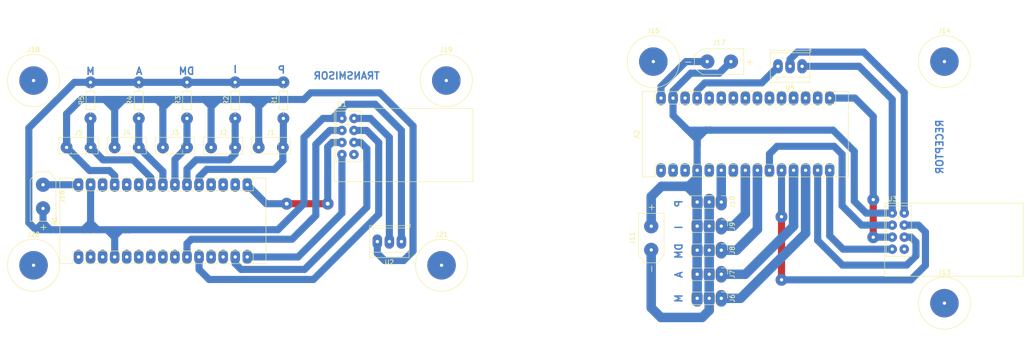
<source format=kicad_pcb>
(kicad_pcb (version 20211014) (generator pcbnew)
  (layers (0 "F.Cu" signal) (31 "B.Cu" signal) (34 "B.Paste" user) (35 "F.Paste" user) (36 "B.SilkS" user "B.Silkscreen") (37 "F.SilkS" user "F.Silkscreen") (38 "B.Mask" user) (39 "F.Mask" user) (44 "Edge.Cuts" user))
  (net 0 "")
  (net 7 "Net-(A1-Pad29)")
  (net 8 "Net-(A1-Pad20)")
  (net 10 "Net-(A1-Pad21)")
  (net 12 "Net-(A1-Pad22)")
  (net 14 "Net-(A1-Pad23)")
  (net 16 "Net-(A1-Pad24)")
  (net 19 "Net-(A1-Pad10)")
  (net 21 "Net-(A1-Pad11)")
  (net 22 "Net-(A1-Pad27)")
  (net 26 "Net-(A1-Pad14)")
  (net 27 "Net-(A1-Pad15)")
  (net 28 "Net-(A1-Pad16)")
  (net 29 "Net-(A2-Pad16)")
  (net 30 "Net-(A2-Pad15)")
  (net 31 "Net-(A2-Pad14)")
  (net 32 "Net-(A2-Pad29)")
  (net 33 "Net-(A2-Pad13)")
  (net 35 "Net-(A2-Pad12)")
  (net 36 "Net-(A2-Pad27)")
  (net 37 "Net-(A2-Pad11)")
  (net 39 "Net-(A2-Pad10)")
  (net 41 "Net-(A2-Pad9)")
  (net 43 "Net-(A2-Pad8)")
  (net 47 "Net-(A2-Pad6)")
  (net 57 "Net-(U1-Pad2)")
  (net 58 "Net-(U3-Pad2)")
  (net 60 "Net-(J10-Pad2)")
  (net 65 "Net-(A1-Pad30)")
  (net 66 "Net-(A2-Pad30)")
  (footprint "Module:Arduino_Nano" (layer "F.Cu") (at 46.48 79.24 90)
    (fp_text reference "A1" (at 7.62 -5.08 90) (layer "F.SilkS"))
    (fp_text value "Arduino_Nano_v3.x")
    (pad "1" thru_hole oval locked (at 0 0 90) (size 3 2) (drill 0.7) (layers *.Cu *.Mask))
    (pad "2" thru_hole oval locked (at 0 2.54 90) (size 3 2) (drill 0.7) (layers *.Cu *.Mask))
    (pad "3" thru_hole oval locked (at 0 5.08 90) (size 3 2) (drill 0.7) (layers *.Cu *.Mask))
    (pad "4" thru_hole oval locked (at 0 7.62 90) (size 3 2) (drill 0.7) (layers *.Cu *.Mask) (net 7 "Net-(A1-Pad29)"))
    (pad "5" thru_hole oval locked (at 0 10.16 90) (size 3 2) (drill 0.7) (layers *.Cu *.Mask))
    (pad "6" thru_hole oval locked (at 0 12.7 90) (size 3 2) (drill 0.7) (layers *.Cu *.Mask))
    (pad "7" thru_hole oval locked (at 0 15.24 90) (size 3 2) (drill 0.7) (layers *.Cu *.Mask))
    (pad "8" thru_hole oval locked (at 0 17.78 90) (size 3 2) (drill 0.7) (layers *.Cu *.Mask))
    (pad "9" thru_hole oval locked (at 0 20.32 90) (size 3 2) (drill 0.7) (layers *.Cu *.Mask))
    (pad "10" thru_hole oval locked (at 0 22.86 90) (size 3 2) (drill 0.7) (layers *.Cu *.Mask) (net 19 "Net-(A1-Pad10)"))
    (pad "11" thru_hole oval locked (at 0 25.4 90) (size 3 2) (drill 0.7) (layers *.Cu *.Mask) (net 21 "Net-(A1-Pad11)"))
    (pad "12" thru_hole oval locked (at 0 27.94 90) (size 3 2) (drill 0.7) (layers *.Cu *.Mask))
    (pad "13" thru_hole oval locked (at 0 30.48 90) (size 3 2) (drill 0.7) (layers *.Cu *.Mask))
    (pad "14" thru_hole oval locked (at 0 33.02 90) (size 3 2) (drill 0.7) (layers *.Cu *.Mask) (net 26 "Net-(A1-Pad14)"))
    (pad "15" thru_hole oval locked (at 0 35.56 90) (size 3 2) (drill 0.7) (layers *.Cu *.Mask) (net 27 "Net-(A1-Pad15)"))
    (pad "16" thru_hole oval locked (at 15.24 35.56 90) (size 3 2) (drill 0.7) (layers *.Cu *.Mask) (net 28 "Net-(A1-Pad16)"))
    (pad "17" thru_hole oval locked (at 15.24 33.02 90) (size 3 2) (drill 0.7) (layers *.Cu *.Mask))
    (pad "18" thru_hole oval locked (at 15.24 30.48 90) (size 3 2) (drill 0.7) (layers *.Cu *.Mask))
    (pad "19" thru_hole oval locked (at 15.24 27.94 90) (size 3 2) (drill 0.7) (layers *.Cu *.Mask))
    (pad "20" thru_hole oval locked (at 15.24 25.4 90) (size 3 2) (drill 0.7) (layers *.Cu *.Mask) (net 8 "Net-(A1-Pad20)"))
    (pad "21" thru_hole oval locked (at 15.24 22.86 90) (size 3 2) (drill 0.7) (layers *.Cu *.Mask) (net 10 "Net-(A1-Pad21)"))
    (pad "22" thru_hole oval locked (at 15.24 20.32 90) (size 3 2) (drill 0.7) (layers *.Cu *.Mask) (net 12 "Net-(A1-Pad22)"))
    (pad "23" thru_hole oval locked (at 15.24 17.78 90) (size 3 2) (drill 0.7) (layers *.Cu *.Mask) (net 14 "Net-(A1-Pad23)"))
    (pad "24" thru_hole oval locked (at 15.24 15.24 90) (size 3 2) (drill 0.7) (layers *.Cu *.Mask) (net 16 "Net-(A1-Pad24)"))
    (pad "25" thru_hole oval locked (at 15.24 12.7 90) (size 3 2) (drill 0.7) (layers *.Cu *.Mask))
    (pad "26" thru_hole oval locked (at 15.24 10.16 90) (size 3 2) (drill 0.7) (layers *.Cu *.Mask))
    (pad "27" thru_hole oval locked (at 15.24 7.62 90) (size 3 2) (drill 0.7) (layers *.Cu *.Mask) (net 22 "Net-(A1-Pad27)"))
    (pad "28" thru_hole oval locked (at 15.24 5.08 90) (size 3 2) (drill 0.7) (layers *.Cu *.Mask))
    (pad "29" thru_hole oval locked (at 15.24 2.54 90) (size 3 2) (drill 0.7) (layers *.Cu *.Mask) (net 7 "Net-(A1-Pad29)"))
    (pad "30" thru_hole oval locked (at 15.24 0 90) (size 3 2) (drill 0.7) (layers *.Cu *.Mask) (net 65 "Net-(A1-Pad30)"))
  )
  (footprint "Module:Arduino_Nano" (layer "F.Cu") (at 169.26 60.95 90)
    (fp_text reference "A2" (at 7.62 -5.08 90) (layer "F.SilkS"))
    (fp_text value "Arduino_Nano_v3.x")
    (pad "1" thru_hole oval locked (at 0 0 90) (size 3 2) (drill 0.7) (layers *.Cu *.Mask))
    (pad "2" thru_hole oval locked (at 0 2.54 90) (size 3 2) (drill 0.7) (layers *.Cu *.Mask))
    (pad "3" thru_hole oval locked (at 0 5.08 90) (size 3 2) (drill 0.7) (layers *.Cu *.Mask))
    (pad "4" thru_hole oval locked (at 0 7.62 90) (size 3 2) (drill 0.7) (layers *.Cu *.Mask) (net 32 "Net-(A2-Pad29)"))
    (pad "5" thru_hole oval locked (at 0 10.16 90) (size 3 2) (drill 0.7) (layers *.Cu *.Mask))
    (pad "6" thru_hole oval locked (at 0 12.7 90) (size 3 2) (drill 0.7) (layers *.Cu *.Mask) (net 47 "Net-(A2-Pad6)"))
    (pad "7" thru_hole oval locked (at 0 15.24 90) (size 3 2) (drill 0.7) (layers *.Cu *.Mask))
    (pad "8" thru_hole oval locked (at 0 17.78 90) (size 3 2) (drill 0.7) (layers *.Cu *.Mask) (net 43 "Net-(A2-Pad8)"))
    (pad "9" thru_hole oval locked (at 0 20.32 90) (size 3 2) (drill 0.7) (layers *.Cu *.Mask) (net 41 "Net-(A2-Pad9)"))
    (pad "10" thru_hole oval locked (at 0 22.86 90) (size 3 2) (drill 0.7) (layers *.Cu *.Mask) (net 39 "Net-(A2-Pad10)"))
    (pad "11" thru_hole oval locked (at 0 25.4 90) (size 3 2) (drill 0.7) (layers *.Cu *.Mask) (net 37 "Net-(A2-Pad11)"))
    (pad "12" thru_hole oval locked (at 0 27.94 90) (size 3 2) (drill 0.7) (layers *.Cu *.Mask) (net 35 "Net-(A2-Pad12)"))
    (pad "13" thru_hole oval locked (at 0 30.48 90) (size 3 2) (drill 0.7) (layers *.Cu *.Mask) (net 33 "Net-(A2-Pad13)"))
    (pad "14" thru_hole oval locked (at 0 33.02 90) (size 3 2) (drill 0.7) (layers *.Cu *.Mask) (net 31 "Net-(A2-Pad14)"))
    (pad "15" thru_hole oval locked (at 0 35.56 90) (size 3 2) (drill 0.7) (layers *.Cu *.Mask) (net 30 "Net-(A2-Pad15)"))
    (pad "16" thru_hole oval locked (at 15.24 35.56 90) (size 3 2) (drill 0.7) (layers *.Cu *.Mask) (net 29 "Net-(A2-Pad16)"))
    (pad "17" thru_hole oval locked (at 15.24 33.02 90) (size 3 2) (drill 0.7) (layers *.Cu *.Mask))
    (pad "18" thru_hole oval locked (at 15.24 30.48 90) (size 3 2) (drill 0.7) (layers *.Cu *.Mask))
    (pad "19" thru_hole oval locked (at 15.24 27.94 90) (size 3 2) (drill 0.7) (layers *.Cu *.Mask))
    (pad "20" thru_hole oval locked (at 15.24 25.4 90) (size 3 2) (drill 0.7) (layers *.Cu *.Mask))
    (pad "21" thru_hole oval locked (at 15.24 22.86 90) (size 3 2) (drill 0.7) (layers *.Cu *.Mask))
    (pad "22" thru_hole oval locked (at 15.24 20.32 90) (size 3 2) (drill 0.7) (layers *.Cu *.Mask))
    (pad "23" thru_hole oval locked (at 15.24 17.78 90) (size 3 2) (drill 0.7) (layers *.Cu *.Mask))
    (pad "24" thru_hole oval locked (at 15.24 15.24 90) (size 3 2) (drill 0.7) (layers *.Cu *.Mask))
    (pad "25" thru_hole oval locked (at 15.24 12.7 90) (size 3 2) (drill 0.7) (layers *.Cu *.Mask))
    (pad "26" thru_hole oval locked (at 15.24 10.16 90) (size 3 2) (drill 0.7) (layers *.Cu *.Mask))
    (pad "27" thru_hole oval locked (at 15.24 7.62 90) (size 3 2) (drill 0.7) (layers *.Cu *.Mask) (net 36 "Net-(A2-Pad27)"))
    (pad "28" thru_hole oval locked (at 15.24 5.08 90) (size 3 2) (drill 0.7) (layers *.Cu *.Mask))
    (pad "29" thru_hole oval locked (at 15.24 2.54 90) (size 3 2) (drill 0.7) (layers *.Cu *.Mask) (net 32 "Net-(A2-Pad29)"))
    (pad "30" thru_hole oval locked (at 15.24 0 90) (size 3 2) (drill 0.7) (layers *.Cu *.Mask) (net 66 "Net-(A2-Pad30)"))
  )
  (footprint "Package_TO_SOT_THT:TO-126-2_Vertical" (layer "F.Cu") (at 84.46 56.125)
    (fp_text reference "J1" (at 2.54 -3.12) (layer "F.SilkS"))
    (fp_text value "pulgar")
    (pad "1" thru_hole circle locked (at 0 0) (size 2.5 2.5) (drill 0.7) (layers *.Cu *.Mask) (net 22 "Net-(A1-Pad27)"))
    (pad "2" thru_hole circle locked (at 5.08 0) (size 2.5 2.5) (drill 0.7) (layers *.Cu *.Mask) (net 8 "Net-(A1-Pad20)"))
  )
  (footprint "Package_TO_SOT_THT:TO-126-2_Vertical" (layer "F.Cu") (at 74.42 56.125)
    (fp_text reference "J2" (at 2.54 -3.12) (layer "F.SilkS"))
    (fp_text value "indice")
    (pad "1" thru_hole circle locked (at 0 0) (size 2.5 2.5) (drill 0.7) (layers *.Cu *.Mask) (net 22 "Net-(A1-Pad27)"))
    (pad "2" thru_hole circle locked (at 5.08 0) (size 2.5 2.5) (drill 0.7) (layers *.Cu *.Mask) (net 10 "Net-(A1-Pad21)"))
  )
  (footprint "Package_TO_SOT_THT:TO-126-2_Vertical" (layer "F.Cu") (at 64.26 56.125)
    (fp_text reference "J3" (at 2.54 -3.12) (layer "F.SilkS"))
    (fp_text value "medio")
    (pad "1" thru_hole circle locked (at 0 0) (size 2.5 2.5) (drill 0.7) (layers *.Cu *.Mask) (net 22 "Net-(A1-Pad27)"))
    (pad "2" thru_hole circle locked (at 5.08 0) (size 2.5 2.5) (drill 0.7) (layers *.Cu *.Mask) (net 12 "Net-(A1-Pad22)"))
  )
  (footprint "Package_TO_SOT_THT:TO-126-2_Vertical" (layer "F.Cu") (at 54.1 56.125)
    (fp_text reference "J4" (at 2.54 -3.12) (layer "F.SilkS"))
    (fp_text value "anular")
    (pad "1" thru_hole circle locked (at 0 0) (size 2.5 2.5) (drill 0.7) (layers *.Cu *.Mask) (net 22 "Net-(A1-Pad27)"))
    (pad "2" thru_hole circle locked (at 5.08 0) (size 2.5 2.5) (drill 0.7) (layers *.Cu *.Mask) (net 14 "Net-(A1-Pad23)"))
  )
  (footprint "Package_TO_SOT_THT:TO-126-2_Vertical" (layer "F.Cu") (at 43.96 56.125)
    (fp_text reference "J5" (at 2.54 -3.12) (layer "F.SilkS"))
    (fp_text value "menique")
    (pad "1" thru_hole circle locked (at 0 0) (size 2.5 2.5) (drill 0.7) (layers *.Cu *.Mask) (net 22 "Net-(A1-Pad27)"))
    (pad "2" thru_hole circle locked (at 5.08 0) (size 2.5 2.5) (drill 0.7) (layers *.Cu *.Mask) (net 16 "Net-(A1-Pad24)"))
  )
  (footprint "Connector_PinHeader_2.54mm:PinHeader_1x03_P2.54mm_Vertical" (layer "F.Cu") (at 181.96 87.98 -90)
    (fp_text reference "J6" (at 0 -2.33 90) (layer "F.SilkS"))
    (fp_text value "meniques")
    (pad "1" thru_hole oval locked (at 0 0 270) (size 3.5 2.3) (drill 0.7) (layers *.Cu *.Mask) (net 33 "Net-(A2-Pad13)"))
    (pad "2" thru_hole oval locked (at 0 2.54 270) (size 3.5 2.3) (drill 0.7) (layers *.Cu *.Mask) (net 60 "Net-(J10-Pad2)"))
    (pad "3" thru_hole oval locked (at 0 5.08 270) (size 3.5 2.3) (drill 0.7) (layers *.Cu *.Mask) (net 32 "Net-(A2-Pad29)"))
  )
  (footprint "Connector_PinHeader_2.54mm:PinHeader_1x03_P2.54mm_Vertical" (layer "F.Cu") (at 181.96 82.9 -90)
    (fp_text reference "J7" (at 0 -2.33 90) (layer "F.SilkS"))
    (fp_text value "anulars")
    (pad "1" thru_hole oval locked (at 0 0 270) (size 3.5 2.3) (drill 0.7) (layers *.Cu *.Mask) (net 35 "Net-(A2-Pad12)"))
    (pad "2" thru_hole oval locked (at 0 2.54 270) (size 3.5 2.3) (drill 0.7) (layers *.Cu *.Mask) (net 60 "Net-(J10-Pad2)"))
    (pad "3" thru_hole oval locked (at 0 5.08 270) (size 3.5 2.3) (drill 0.7) (layers *.Cu *.Mask) (net 32 "Net-(A2-Pad29)"))
  )
  (footprint "Connector_PinHeader_2.54mm:PinHeader_1x03_P2.54mm_Vertical" (layer "F.Cu") (at 181.96 77.82 -90)
    (fp_text reference "J8" (at 0 -2.33 90) (layer "F.SilkS"))
    (fp_text value "medios")
    (pad "1" thru_hole oval locked (at 0 0 270) (size 3.5 2.3) (drill 0.7) (layers *.Cu *.Mask) (net 41 "Net-(A2-Pad9)"))
    (pad "2" thru_hole oval locked (at 0 2.54 270) (size 3.5 2.3) (drill 0.7) (layers *.Cu *.Mask) (net 60 "Net-(J10-Pad2)"))
    (pad "3" thru_hole oval locked (at 0 5.08 270) (size 3.5 2.3) (drill 0.7) (layers *.Cu *.Mask) (net 32 "Net-(A2-Pad29)"))
  )
  (footprint "Connector_PinHeader_2.54mm:PinHeader_1x03_P2.54mm_Vertical" (layer "F.Cu") (at 181.96 72.74 -90)
    (fp_text reference "J9" (at 0 -2.33 90) (layer "F.SilkS"))
    (fp_text value "indices")
    (pad "1" thru_hole oval locked (at 0 0 270) (size 3.5 2.3) (drill 0.7) (layers *.Cu *.Mask) (net 43 "Net-(A2-Pad8)"))
    (pad "2" thru_hole oval locked (at 0 2.54 270) (size 3.5 2.3) (drill 0.7) (layers *.Cu *.Mask) (net 60 "Net-(J10-Pad2)"))
    (pad "3" thru_hole oval locked (at 0 5.08 270) (size 3.5 2.3) (drill 0.7) (layers *.Cu *.Mask) (net 32 "Net-(A2-Pad29)"))
  )
  (footprint "Connector_PinHeader_2.54mm:PinHeader_1x03_P2.54mm_Vertical" (layer "F.Cu") (at 181.96 67.66 -90)
    (fp_text reference "J10" (at 0 -2.33 90) (layer "F.SilkS"))
    (fp_text value "pulgars")
    (pad "1" thru_hole oval locked (at 0 0 270) (size 3.5 2.3) (drill 0.7) (layers *.Cu *.Mask) (net 47 "Net-(A2-Pad6)"))
    (pad "2" thru_hole oval locked (at 0 2.54 270) (size 3.5 2.3) (drill 0.7) (layers *.Cu *.Mask) (net 60 "Net-(J10-Pad2)"))
    (pad "3" thru_hole oval locked (at 0 5.08 270) (size 3.5 2.3) (drill 0.7) (layers *.Cu *.Mask) (net 32 "Net-(A2-Pad29)"))
  )
  (footprint "Resistor_THT:R_Axial_DIN0204_L3.6mm_D1.6mm_P7.62mm_Horizontal" (layer "F.Cu") (at 89.66 50 90)
    (fp_text reference "R1" (at 3.81 -1.92 90) (layer "F.SilkS"))
    (fp_text value "R")
    (pad "1" thru_hole circle locked (at 0 0 90) (size 2.5 2.5) (drill 0.7) (layers *.Cu *.Mask) (net 8 "Net-(A1-Pad20)"))
    (pad "2" thru_hole circle locked (at 7.62 0 90) (size 2.5 2.5) (drill 0.7) (layers *.Cu *.Mask) (net 7 "Net-(A1-Pad29)"))
  )
  (footprint "Resistor_THT:R_Axial_DIN0204_L3.6mm_D1.6mm_P7.62mm_Horizontal" (layer "F.Cu") (at 79.5 50 90)
    (fp_text reference "R2" (at 3.81 -1.92 90) (layer "F.SilkS"))
    (fp_text value "R")
    (pad "1" thru_hole circle locked (at 0 0 90) (size 2.5 2.5) (drill 0.7) (layers *.Cu *.Mask) (net 10 "Net-(A1-Pad21)"))
    (pad "2" thru_hole circle locked (at 7.62 0 90) (size 2.5 2.5) (drill 0.7) (layers *.Cu *.Mask) (net 7 "Net-(A1-Pad29)"))
  )
  (footprint "Resistor_THT:R_Axial_DIN0204_L3.6mm_D1.6mm_P7.62mm_Horizontal" (layer "F.Cu") (at 69.34 50 90)
    (fp_text reference "R3" (at 3.81 -1.92 90) (layer "F.SilkS"))
    (fp_text value "R")
    (pad "1" thru_hole circle locked (at 0 0 90) (size 2.5 2.5) (drill 0.7) (layers *.Cu *.Mask) (net 12 "Net-(A1-Pad22)"))
    (pad "2" thru_hole circle locked (at 7.62 0 90) (size 2.5 2.5) (drill 0.7) (layers *.Cu *.Mask) (net 7 "Net-(A1-Pad29)"))
  )
  (footprint "Resistor_THT:R_Axial_DIN0204_L3.6mm_D1.6mm_P7.62mm_Horizontal" (layer "F.Cu") (at 59.18 50 90)
    (fp_text reference "R4" (at 3.81 -1.92 90) (layer "F.SilkS"))
    (fp_text value "R")
    (pad "1" thru_hole circle locked (at 0 0 90) (size 2.5 2.5) (drill 0.7) (layers *.Cu *.Mask) (net 14 "Net-(A1-Pad23)"))
    (pad "2" thru_hole circle locked (at 7.62 0 90) (size 2.5 2.5) (drill 0.7) (layers *.Cu *.Mask) (net 7 "Net-(A1-Pad29)"))
  )
  (footprint "Resistor_THT:R_Axial_DIN0204_L3.6mm_D1.6mm_P7.62mm_Horizontal" (layer "F.Cu") (at 49 50 90)
    (fp_text reference "R5" (at 3.81 -1.92 90) (layer "F.SilkS"))
    (fp_text value "R")
    (pad "1" thru_hole circle locked (at 0 0 90) (size 2.5 2.5) (drill 0.7) (layers *.Cu *.Mask) (net 16 "Net-(A1-Pad24)"))
    (pad "2" thru_hole circle locked (at 7.62 0 90) (size 2.5 2.5) (drill 0.7) (layers *.Cu *.Mask) (net 7 "Net-(A1-Pad29)"))
  )
  (footprint "RF_Module:nRF24L01_Breakout" (layer "F.Cu") (at 102 50)
    (fp_text reference "U1" (at 0 -3) (layer "F.SilkS"))
    (fp_text value "NRF24L01_Breakout")
    (pad "1" thru_hole circle locked (at 0 0) (size 2 2) (drill 0.7) (layers *.Cu *.Mask) (net 7 "Net-(A1-Pad29)"))
    (pad "2" thru_hole circle locked (at 2.54 0) (size 2 2) (drill 0.7) (layers *.Cu *.Mask) (net 57 "Net-(U1-Pad2)"))
    (pad "3" thru_hole circle locked (at 0 2.54) (size 2 2) (drill 0.7) (layers *.Cu *.Mask) (net 19 "Net-(A1-Pad10)"))
    (pad "4" thru_hole circle locked (at 2.54 2.54) (size 2 2) (drill 0.7) (layers *.Cu *.Mask) (net 21 "Net-(A1-Pad11)"))
    (pad "5" thru_hole circle locked (at 0 5.08) (size 2 2) (drill 0.7) (layers *.Cu *.Mask) (net 28 "Net-(A1-Pad16)"))
    (pad "6" thru_hole circle locked (at 2.54 5.08) (size 2 2) (drill 0.7) (layers *.Cu *.Mask) (net 26 "Net-(A1-Pad14)"))
    (pad "7" thru_hole circle locked (at 0 7.62) (size 2 2) (drill 0.7) (layers *.Cu *.Mask) (net 27 "Net-(A1-Pad15)"))
    (pad "8" thru_hole circle locked (at 2.54 7.62) (size 2 2) (drill 0.7) (layers *.Cu *.Mask))
  )
  (footprint "TerminalBlock_TE-Connectivity:TerminalBlock_TE_282834-3_1x03_P2.54mm_Horizontal" (layer "F.Cu") (at 114.54 76 180)
    (fp_text reference "U2" (at 2.54 -4.37) (layer "F.SilkS"))
    (fp_text value "LM1117-3.3")
    (pad "1" thru_hole oval locked (at 0 0 180) (size 2 3) (drill 0.7) (layers *.Cu *.Mask) (net 7 "Net-(A1-Pad29)"))
    (pad "2" thru_hole oval locked (at 2.54 0 180) (size 2 3) (drill 0.7) (layers *.Cu *.Mask) (net 57 "Net-(U1-Pad2)"))
    (pad "3" thru_hole oval locked (at 5.08 0 180) (size 2 3) (drill 0.7) (layers *.Cu *.Mask) (net 22 "Net-(A1-Pad27)"))
  )
  (footprint "RF_Module:nRF24L01_Breakout" (layer "F.Cu") (at 218 69.98462)
    (fp_text reference "U3" (at 0 -3) (layer "F.SilkS"))
    (fp_text value "NRF24L01_Breakout")
    (pad "1" thru_hole circle locked (at 0 0) (size 2 2) (drill 0.7) (layers *.Cu *.Mask) (net 32 "Net-(A2-Pad29)"))
    (pad "2" thru_hole circle locked (at 2.54 0) (size 2 2) (drill 0.7) (layers *.Cu *.Mask) (net 58 "Net-(U3-Pad2)"))
    (pad "3" thru_hole circle locked (at 0 2.54) (size 2 2) (drill 0.7) (layers *.Cu *.Mask) (net 39 "Net-(A2-Pad10)"))
    (pad "4" thru_hole circle locked (at 2.54 2.54) (size 2 2) (drill 0.7) (layers *.Cu *.Mask) (net 37 "Net-(A2-Pad11)"))
    (pad "5" thru_hole circle locked (at 0 5.08) (size 2 2) (drill 0.7) (layers *.Cu *.Mask) (net 29 "Net-(A2-Pad16)"))
    (pad "6" thru_hole circle locked (at 2.54 5.08) (size 2 2) (drill 0.7) (layers *.Cu *.Mask) (net 31 "Net-(A2-Pad14)"))
    (pad "7" thru_hole circle locked (at 0 7.62) (size 2 2) (drill 0.7) (layers *.Cu *.Mask) (net 30 "Net-(A2-Pad15)"))
    (pad "8" thru_hole circle locked (at 2.54 7.62) (size 2 2) (drill 0.7) (layers *.Cu *.Mask))
  )
  (footprint "TerminalBlock_TE-Connectivity:TerminalBlock_TE_282834-3_1x03_P2.54mm_Horizontal" (layer "F.Cu") (at 199 39 180)
    (fp_text reference "U4" (at 2.54 -4.37) (layer "F.SilkS"))
    (fp_text value "LM1117-3.3")
    (pad "1" thru_hole oval locked (at 0 0 180) (size 2 3) (drill 0.7) (layers *.Cu *.Mask) (net 32 "Net-(A2-Pad29)"))
    (pad "2" thru_hole oval locked (at 2.54 0 180) (size 2 3) (drill 0.7) (layers *.Cu *.Mask) (net 58 "Net-(U3-Pad2)"))
    (pad "3" thru_hole oval locked (at 5.08 0 180) (size 2 3) (drill 0.7) (layers *.Cu *.Mask) (net 36 "Net-(A2-Pad27)"))
  )
  (footprint "Connector_AMASS:AMASS_XT30U-M_1x02_P5.0mm_Vertical" (layer "F.Cu") (at 167.1955 77.76338 90)
    (fp_text reference "J11" (at 2.5 -4 90) (layer "F.SilkS"))
    (fp_text value "1+ 2-")
    (fp_text user "+" (at 9 0 90) (layer "F.SilkS") (effects (font (size 1.5 1.5))))
    (fp_text user "-" (at -4 0 90) (layer "F.SilkS") (effects (font (size 1.5 1.5))))
    (pad "1" thru_hole circle locked (at 0 0 90) (size 3 3) (drill 0.7) (layers *.Cu *.Mask) (net 60 "Net-(J10-Pad2)"))
    (pad "2" thru_hole circle locked (at 5 0 90) (size 3 3) (drill 0.7) (layers *.Cu *.Mask) (net 32 "Net-(A2-Pad29)"))
  )
  (footprint "Connector:Banana_Jack_1Pin" (layer "F.Cu") (at 37 42)
    (fp_text reference "J18" (at 0 -6.5) (layer "F.SilkS"))
    (fp_text value "Conn_01x01_Male")
    (pad "1" thru_hole circle locked (at 0 0) (size 6 6) (drill 0.7) (layers *.Cu *.Mask))
  )
  (footprint "Connector:Banana_Jack_1Pin" (layer "F.Cu") (at 37 81)
    (fp_text reference "J20" (at 0 -6.5) (layer "F.SilkS"))
    (fp_text value "Conn_01x01_Male")
    (pad "1" thru_hole circle locked (at 0 0) (size 6 6) (drill 0.7) (layers *.Cu *.Mask))
  )
  (footprint "Connector:Banana_Jack_1Pin" (layer "F.Cu") (at 124 42)
    (fp_text reference "J19" (at 0 -6.5) (layer "F.SilkS"))
    (fp_text value "Conn_01x01_Male")
    (pad "1" thru_hole circle locked (at 0 0) (size 6 6) (drill 0.7) (layers *.Cu *.Mask))
  )
  (footprint "Connector:Banana_Jack_1Pin" (layer "F.Cu") (at 167.64 38)
    (fp_text reference "J15" (at 0 -6.5) (layer "F.SilkS"))
    (fp_text value "Conn_01x01_Male")
    (pad "1" thru_hole circle locked (at 0 0) (size 6 6) (drill 0.7) (layers *.Cu *.Mask))
  )
  (footprint "Connector:Banana_Jack_1Pin" (layer "F.Cu") (at 229 38)
    (fp_text reference "J14" (at 0 -6.5) (layer "F.SilkS"))
    (fp_text value "Conn_01x01_Male")
    (pad "1" thru_hole circle locked (at 0 0) (size 6 6) (drill 0.7) (layers *.Cu *.Mask))
  )
  (footprint "Connector:Banana_Jack_1Pin" (layer "F.Cu") (at 229 89)
    (fp_text reference "J13" (at 0 -6.5) (layer "F.SilkS"))
    (fp_text value "Conn_01x01_Male")
    (pad "1" thru_hole circle locked (at 0 0) (size 6 6) (drill 0.7) (layers *.Cu *.Mask))
  )
  (footprint "Connector_AMASS:AMASS_XT30U-M_1x02_P5.0mm_Vertical" (layer "F.Cu") (at 39 64 -90)
    (fp_text reference "J16" (at 2.5 -4 90) (layer "F.SilkS"))
    (fp_text value "1+ 2-")
    (fp_text user "+" (at 9 0 90) (layer "F.SilkS") (effects (font (size 1.5 1.5))))
    (pad "1" thru_hole circle locked (at 0 0 270) (size 3 3) (drill 0.7) (layers *.Cu *.Mask) (net 65 "Net-(A1-Pad30)"))
    (pad "2" thru_hole circle locked (at 5 0 270) (size 3 3) (drill 0.7) (layers *.Cu *.Mask) (net 7 "Net-(A1-Pad29)"))
  )
  (footprint "Connector_AMASS:AMASS_XT30U-M_1x02_P5.0mm_Vertical" (layer "F.Cu") (at 179 38)
    (fp_text reference "J17" (at 2.5 -4) (layer "F.SilkS"))
    (fp_text value "1+ 2- del arduino")
    (fp_text user "-" (at -4 0) (layer "F.SilkS") (effects (font (size 1.5 1.5))))
    (fp_text user "+" (at 9 0) (layer "F.SilkS") (effects (font (size 1.5 1.5))))
    (pad "1" thru_hole circle locked (at 0 0) (size 3 3) (drill 0.7) (layers *.Cu *.Mask) (net 66 "Net-(A2-Pad30)"))
    (pad "2" thru_hole circle locked (at 5 0) (size 3 3) (drill 0.7) (layers *.Cu *.Mask) (net 32 "Net-(A2-Pad29)"))
  )
  (footprint "Connector:Banana_Jack_1Pin" (layer "F.Cu") (at 123 81)
    (fp_text reference "J21" (at 0 -6.5) (layer "F.SilkS"))
    (fp_text value "Conn_01x01_Male")
    (pad "1" thru_hole circle locked (at 0 0) (size 6 6) (drill 0.7) (layers *.Cu *.Mask))
  )
  (gr_text "TRANSMISOR\n" (at 103 41) (layer "B.Cu") (effects (font (size 1.5 1.5) (thickness 0.3)) (justify mirror)))
  (gr_text "M\n" (at 173 88 90) (layer "B.Cu") (effects (font (size 1.5 1.5) (thickness 0.3)) (justify mirror)))
  (gr_text "A\n" (at 173 83 90) (layer "B.Cu") (effects (font (size 1.5 1.5) (thickness 0.3)) (justify mirror)))
  (gr_text "A" (at 59.25 40) (layer "B.Cu") (effects (font (size 1.5 1.5) (thickness 0.3)) (justify mirror)))
  (gr_text "P\n" (at 173 68 90) (layer "B.Cu") (effects (font (size 1.5 1.5) (thickness 0.3)) (justify mirror)))
  (gr_text "M\n\n" (at 49 41.25) (layer "B.Cu") (effects (font (size 1.5 1.5) (thickness 0.3)) (justify mirror)))
  (gr_text "P\n" (at 89.25 39.75) (layer "B.Cu") (effects (font (size 1.5 1.5) (thickness 0.3)) (justify mirror)))
  (gr_text "I\n" (at 173 73 90) (layer "B.Cu") (effects (font (size 1.5 1.5) (thickness 0.3)) (justify mirror)))
  (gr_text "DM\n" (at 173 78 90) (layer "B.Cu") (effects (font (size 1.5 1.5) (thickness 0.3)) (justify mirror)))
  (gr_text "RECEPTOR\n" (at 228 56 90) (layer "B.Cu") (effects (font (size 1.5 1.5) (thickness 0.3)) (justify mirror)))
  (gr_text "DM\n" (at 69.25 40) (layer "B.Cu") (effects (font (size 1.5 1.5) (thickness 0.3)) (justify mirror)))
  (gr_text "I\n" (at 79.5 39.5 180) (layer "B.Cu") (effects (font (size 1.5 1.5) (thickness 0.3)) (justify mirror)))
  (segment (start 89.66 42.38) (end 79.5 42.38) (width 1.5) (layer "B.Cu") (net 7))
  (segment (start 37.5 73.5) (end 36 72) (width 1.5) (layer "B.Cu") (net 7))
  (segment (start 54.95 73.5) (end 54.1 74.35) (width 1.5) (layer "B.Cu") (net 7))
  (segment (start 54.1 74.35) (end 54.1 74.4) (width 1.5) (layer "B.Cu") (net 7))
  (segment (start 79.5 42.38) (end 49 42.38) (width 1.5) (layer "B.Cu") (net 7))
  (segment (start 98 50) (end 94 54) (width 1.5) (layer "B.Cu") (net 7))
  (segment (start 55.45 73.5) (end 54.1 74.85) (width 1.5) (layer "B.Cu") (net 7))
  (segment (start 47.5 73.5) (end 49 73.5) (width 1.5) (layer "B.Cu") (net 7))
  (segment (start 52.5 73.5) (end 57.25 73.5) (width 1.5) (layer "B.Cu") (net 7))
  (segment (start 54.1 79.24) (end 54.1 74.85) (width 1.5) (layer "B.Cu") (net 7))
  (segment (start 39 72) (end 37.5 73.5) (width 1.5) (layer "B.Cu") (net 7))
  (segment (start 39 72) (end 40.5 73.5) (width 1.5) (layer "B.Cu") (net 7))
  (segment (start 94 68) (end 88.5 73.5) (width 1.5) (layer "B.Cu") (net 7))
  (segment (start 49 73.5) (end 50.5 73.5) (width 1.5) (layer "B.Cu") (net 7))
  (segment (start 94 54) (end 94 68) (width 1.5) (layer "B.Cu") (net 7))
  (segment (start 54.1 74.85) (end 54.1 74.4) (width 1.5) (layer "B.Cu") (net 7))
  (segment (start 49.02 64) (end 49.02 71.98) (width 1.5) (layer "B.Cu") (net 7))
  (segment (start 49.02 71.98) (end 49.02 73.48) (width 1.5) (layer "B.Cu") (net 7))
  (segment (start 36 72) (end 36 52) (width 1.5) (layer "B.Cu") (net 7))
  (segment (start 102 50) (end 102 48) (width 1.5) (layer "B.Cu") (net 7))
  (segment (start 88.5 73.5) (end 57.25 73.5) (width 1.5) (layer "B.Cu") (net 7))
  (segment (start 39 69) (end 39 72) (width 1.5) (layer "B.Cu") (net 7))
  (segment (start 41.75 73.5) (end 47.5 73.5) (width 1.5) (layer "B.Cu") (net 7))
  (segment (start 45.62 42.38) (end 36 52) (width 1.5) (layer "B.Cu") (net 7))
  (segment (start 54.1 74.85) (end 53.85 74.85) (width 1.5) (layer "B.Cu") (net 7))
  (segment (start 100 50) (end 102 48) (width 1.5) (layer "B.Cu") (net 7))
  (segment (start 49.02 73.48) (end 49 73.5) (width 1.5) (layer "B.Cu") (net 7))
  (segment (start 49.02 71.98) (end 47.5 73.5) (width 1.5) (layer "B.Cu") (net 7))
  (segment (start 102 50) (end 100 50) (width 1.5) (layer "B.Cu") (net 7))
  (segment (start 102 48) (end 103 47) (width 1.5) (layer "B.Cu") (net 7))
  (segment (start 40.5 73.5) (end 37.5 73.5) (width 1.5) (layer "B.Cu") (net 7))
  (segment (start 54.95 73.5) (end 55.45 73.5) (width 1.5) (layer "B.Cu") (net 7))
  (segment (start 41.75 73.5) (end 40.5 73.5) (width 1.5) (layer "B.Cu") (net 7))
  (segment (start 114.54 76) (end 114.54 52.54) (width 1.5) (layer "B.Cu") (net 7))
  (segment (start 49 42.38) (end 45.62 42.38) (width 1.5) (layer "B.Cu") (net 7))
  (segment (start 109 47) (end 114.54 52.54) (width 1.5) (layer "B.Cu") (net 7))
  (segment (start 100 50) (end 98 50) (width 1.5) (layer "B.Cu") (net 7))
  (segment (start 50.5 73.5) (end 52.5 73.5) (width 1.5) (layer "B.Cu") (net 7))
  (segment (start 49.02 71.98) (end 49.02 72.02) (width 1.5) (layer "B.Cu") (net 7))
  (segment (start 53.85 74.85) (end 52.5 73.5) (width 1.5) (layer "B.Cu") (net 7))
  (segment (start 57.25 73.5) (end 54.95 73.5) (width 1.5) (layer "B.Cu") (net 7))
  (segment (start 103 47) (end 109 47) (width 1.5) (layer "B.Cu") (net 7))
  (segment (start 49.02 72.02) (end 50.5 73.5) (width 1.5) (layer "B.Cu") (net 7))
  (segment (start 73.5 60.75) (end 71.88 62.37) (width 1.5) (layer "B.Cu") (net 8))
  (segment (start 89.54 58.96) (end 87.75 60.75) (width 1.5) (layer "B.Cu") (net 8))
  (segment (start 89.66 50) (end 89.66 56.005) (width 1.5) (layer "B.Cu") (net 8))
  (segment (start 71.88 62.37) (end 71.88 64) (width 1.5) (layer "B.Cu") (net 8))
  (segment (start 89.66 56.005) (end 89.54 56.125) (width 1.5) (layer "B.Cu") (net 8))
  (segment (start 87.75 60.75) (end 73.5 60.75) (width 1.5) (layer "B.Cu") (net 8))
  (segment (start 89.54 56.125) (end 89.54 58.96) (width 1.5) (layer "B.Cu") (net 8))
  (segment (start 79.5 56.125) (end 79.5 57.5) (width 1.5) (layer "B.Cu") (net 10))
  (segment (start 79.5 50) (end 79.5 56.125) (width 1.5) (layer "B.Cu") (net 10))
  (segment (start 78.25 58.75) (end 71.25 58.75) (width 1.5) (layer "B.Cu") (net 10))
  (segment (start 79.5 57.5) (end 78.25 58.75) (width 1.5) (layer "B.Cu") (net 10))
  (segment (start 69.34 60.66) (end 69.34 64) (width 1.5) (layer "B.Cu") (net 10))
  (segment (start 71.25 58.75) (end 69.34 60.66) (width 1.5) (layer "B.Cu") (net 10))
  (segment (start 69.34 50) (end 69.34 56.125) (width 1.5) (layer "B.Cu") (net 12))
  (segment (start 66.8 58.665) (end 66.8 64) (width 1.5) (layer "B.Cu") (net 12))
  (segment (start 69.34 56.125) (end 66.8 58.665) (width 1.5) (layer "B.Cu") (net 12))
  (segment (start 64.26 64) (end 64.26 61.205) (width 1.5) (layer "B.Cu") (net 14))
  (segment (start 64.26 61.205) (end 59.18 56.125) (width 1.5) (layer "B.Cu") (net 14))
  (segment (start 59.18 50) (end 59.18 56.125) (width 1.5) (layer "B.Cu") (net 14))
  (segment (start 61.72 64) (end 61.72 62.47) (width 1.5) (layer "B.Cu") (net 16))
  (segment (start 58 58.75) (end 51.665 58.75) (width 1.5) (layer "B.Cu") (net 16))
  (segment (start 61.72 62.47) (end 58 58.75) (width 1.5) (layer "B.Cu") (net 16))
  (segment (start 49 56.085) (end 49.04 56.125) (width 1.5) (layer "B.Cu") (net 16))
  (segment (start 49 50) (end 49 56.085) (width 1.5) (layer "B.Cu") (net 16))
  (segment (start 51.665 58.75) (end 49.04 56.125) (width 1.5) (layer "B.Cu") (net 16))
  (segment (start 69.34 76.43314) (end 70.27314 75.5) (width 1.5) (layer "B.Cu") (net 19))
  (segment (start 99.46 52.54) (end 102 52.54) (width 1.5) (layer "B.Cu") (net 19))
  (segment (start 91.5 75.5) (end 95.25 71.75) (width 1.5) (layer "B.Cu") (net 19))
  (segment (start 70.27314 75.5) (end 91.5 75.5) (width 1.5) (layer "B.Cu") (net 19))
  (segment (start 69.34 79.24) (end 69.34 76.43314) (width 1.5) (layer "B.Cu") (net 19))
  (segment (start 97 55) (end 99 53) (width 1.5) (layer "B.Cu") (net 19))
  (segment (start 96.5 55.5) (end 99 53) (width 1.5) (layer "B.Cu") (net 19))
  (segment (start 95.25 71.75) (end 96 71) (width 1.5) (layer "B.Cu") (net 19))
  (segment (start 96.5 55.5) (end 96.5 70.5) (width 1.5) (layer "B.Cu") (net 19))
  (segment (start 96.5 70.5) (end 95.25 71.75) (width 1.5) (layer "B.Cu") (net 19))
  (segment (start 99 53) (end 99.46 52.54) (width 1.5) (layer "B.Cu") (net 19))
  (segment (start 109.75 70.25) (end 96 84) (width 1.5) (layer "B.Cu") (net 21))
  (segment (start 71.88 81.88) (end 71.88 79.24) (width 1.5) (layer "B.Cu") (net 21))
  (segment (start 74 84) (end 71.88 81.88) (width 1.5) (layer "B.Cu") (net 21))
  (segment (start 96 84) (end 74 84) (width 1.5) (layer "B.Cu") (net 21))
  (segment (start 104.54 52.54) (end 107.21 52.54) (width 1.5) (layer "B.Cu") (net 21))
  (segment (start 109.75 55.08) (end 109.75 70.25) (width 1.5) (layer "B.Cu") (net 21))
  (segment (start 107.21 52.54) (end 109.75 55.08) (width 1.5) (layer "B.Cu") (net 21))
  (segment (start 56 46) (end 55 46) (width 1.5) (layer "B.Cu") (net 22))
  (segment (start 54 46) (end 53 46) (width 1.5) (layer "B.Cu") (net 22))
  (segment (start 74.42 46.42) (end 74 46) (width 1.5) (layer "B.Cu") (net 22))
  (segment (start 66 46) (end 64 46) (width 1.5) (layer "B.Cu") (net 22))
  (segment (start 64.26 56.125) (end 64.26 48.26) (width 1.5) (layer "B.Cu") (net 22))
  (segment (start 55 46) (end 54 46) (width 1.5) (layer "B.Cu") (net 22))
  (segment (start 84.54 47.46) (end 86 46) (width 1.5) (layer "B.Cu") (net 22))
  (segment (start 95.4 44.6) (end 94 46) (width 1.5) (layer "B.Cu") (net 22))
  (segment (start 54.1 47.9) (end 53.9 47.9) (width 1.5) (layer "B.Cu") (net 22))
  (segment (start 74.42 47.42) (end 74.58 47.42) (width 1.5) (layer "B.Cu") (net 22))
  (segment (start 53 46) (end 52 46) (width 1.5) (layer "B.Cu") (net 22))
  (segment (start 54.1 47.9) (end 54.1 47.1) (width 1.5) (layer "B.Cu") (net 22))
  (segment (start 86 46) (end 84 46) (width 1.5) (layer "B.Cu") (net 22))
  (segment (start 109.46 78.46) (end 111 80) (width 1.5) (layer "B.Cu") (net 22))
  (segment (start 73 46) (end 66 46) (width 1.5) (layer "B.Cu") (net 22))
  (segment (start 115 80) (end 117 78) (width 1.5) (layer "B.Cu") (net 22))
  (segment (start 54.1 47.1) (end 54.1 46.1) (width 1.5) (layer "B.Cu") (net 22))
  (segment (start 74.42 47.42) (end 73 46) (width 1.5) (layer "B.Cu") (net 22))
  (segment (start 48.835 61) (end 53 61) (width 1.5) (layer "B.Cu") (net 22))
  (segment (start 64.26 47.26) (end 63 46) (width 1.5) (layer "B.Cu") (net 22))
  (segment (start 76 46) (end 74 46) (width 1.5) (layer "B.Cu") (net 22))
  (segment (start 53 61) (end 54.1 62.1) (width 1.5) (layer "B.Cu") (net 22))
  (segment (start 53.9 47.9) (end 52 46) (width 1.5) (layer "B.Cu") (net 22))
  (segment (start 117 78) (end 117 51.6) (width 1.5) (layer "B.Cu") (net 22))
  (segment (start 54.1 62.1) (end 54.1 64) (width 1.5) (layer "B.Cu") (net 22))
  (segment (start 64.26 47.74) (end 66 46) (width 1.5) (layer "B.Cu") (net 22))
  (segment (start 43.96 56.125) (end 48.835 61) (width 1.5) (layer "B.Cu") (net 22))
  (segment (start 54.1 47.1) (end 53 46) (width 1.5) (layer "B.Cu") (net 22))
  (segment (start 74.42 56.125) (end 74.42 47.42) (width 1.5) (layer "B.Cu") (net 22))
  (segment (start 43.96 49.04) (end 43.96 56.125) (width 1.5) (layer "B.Cu") (net 22))
  (segment (start 84.46 47.46) (end 84.46 46.46) (width 1.5) (layer "B.Cu") (net 22))
  (segment (start 74.42 47.42) (end 74.42 46.42) (width 1.5) (layer "B.Cu") (net 22))
  (segment (start 74 46) (end 73 46) (width 1.5) (layer "B.Cu") (net 22))
  (segment (start 54.1 47.1) (end 54.1 46.9) (width 1.5) (layer "B.Cu") (net 22))
  (segment (start 111 80) (end 115 80) (width 1.5) (layer "B.Cu") (net 22))
  (segment (start 117 51.6) (end 110 44.6) (width 1.5) (layer "B.Cu") (net 22))
  (segment (start 43.96 54.21) (end 43.94 54.19) (width 1.5) (layer "B.Cu") (net 22))
  (segment (start 84.46 56.125) (end 84.46 55.26) (width 1.5) (layer "B.Cu") (net 22))
  (segment (start 94 46) (end 86 46) (width 1.5) (layer "B.Cu") (net 22))
  (segment (start 64.26 46.26) (end 64 46) (width 1.5) (layer "B.Cu") (net 22))
  (segment (start 84.46 55.26) (end 84.58 55.14) (width 1.5) (layer "B.Cu") (net 22))
  (segment (start 54.1 56.125) (end 54.1 47.9) (width 1.5) (layer "B.Cu") (net 22))
  (segment (start 43.96 49.04) (end 47 46) (width 1.5) (layer "B.Cu") (net 22))
  (segment (start 82 46) (end 76 46) (width 1.5) (layer "B.Cu") (net 22))
  (segment (start 84 46) (end 82 46) (width 1.5) (layer "B.Cu") (net 22))
  (segment (start 110 44.6) (end 95.4 44.6) (width 1.5) (layer "B.Cu") (net 22))
  (segment (start 84.46 47.46) (end 83 46) (width 1.5) (layer "B.Cu") (net 22))
  (segment (start 64.26 47.26) (end 64.26 46.26) (width 1.5) (layer "B.Cu") (net 22))
  (segment (start 84.46 47.46) (end 84.54 47.46) (width 1.5) (layer "B.Cu") (net 22))
  (segment (start 54.1 46.9) (end 55 46) (width 1.5) (layer "B.Cu") (net 22))
  (segment (start 83 46) (end 82 46) (width 1.5) (layer "B.Cu") (net 22))
  (segment (start 64.26 48.26) (end 64.26 47.26) (width 1.5) (layer "B.Cu") (net 22))
  (segment (start 74.58 47.42) (end 76 46) (width 1.5) (layer "B.Cu") (net 22))
  (segment (start 109.46 76) (end 109.46 78.46) (width 1.5) (layer "B.Cu") (net 22))
  (segment (start 52 46) (end 47 46) (width 1.5) (layer "B.Cu") (net 22))
  (segment (start 64 46) (end 63 46) (width 1.5) (layer "B.Cu") (net 22))
  (segment (start 54.1 47.9) (end 56 46) (width 1.5) (layer "B.Cu") (net 22))
  (segment (start 54.1 46.1) (end 54 46) (width 1.5) (layer "B.Cu") (net 22))
  (segment (start 63 46) (end 56 46) (width 1.5) (layer "B.Cu") (net 22))
  (segment (start 43.94 54.19) (end 43.94 55.14) (width 1.5) (layer "B.Cu") (net 22))
  (segment (start 64.26 48.26) (end 64.26 47.74) (width 1.5) (layer "B.Cu") (net 22))
  (segment (start 84.46 56.125) (end 84.46 47.46) (width 1.5) (layer "B.Cu") (net 22))
  (segment (start 84.46 46.46) (end 84 46) (width 1.5) (layer "B.Cu") (net 22))
  (segment (start 43.96 56.125) (end 43.96 54.21) (width 1.5) (layer "B.Cu") (net 22))
  (segment (start 94.125 81.875) (end 80.74596 81.875) (width 1.5) (layer "B.Cu") (net 26))
  (segment (start 79.5 80.62904) (end 79.5 79.24) (width 1.5) (layer "B.Cu") (net 26))
  (segment (start 107.25 56.375787) (end 107.25 58.5) (width 1.5) (layer "B.Cu") (net 26))
  (segment (start 105.33 55.08) (end 104.54 55.08) (width 1.5) (layer "B.Cu") (net 26))
  (segment (start 105.954213 55.08) (end 107.25 56.375787) (width 1.5) (layer "B.Cu") (net 26))
  (segment (start 104.54 55.08) (end 105.954213 55.08) (width 1.5) (layer "B.Cu") (net 26))
  (segment (start 107.25 57) (end 107.25 68.75) (width 1.5) (layer "B.Cu") (net 26))
  (segment (start 107.25 68.75) (end 94.125 81.875) (width 1.5) (layer "B.Cu") (net 26))
  (segment (start 80.74596 81.875) (end 79.5 80.62904) (width 1.5) (layer "B.Cu") (net 26))
  (segment (start 102 57.62) (end 102 70) (width 1.5) (layer "B.Cu") (net 27))
  (segment (start 102 70) (end 92.76 79.24) (width 1.5) (layer "B.Cu") (net 27))
  (segment (start 92.76 79.24) (end 82.04 79.24) (width 1.5) (layer "B.Cu") (net 27))
  (segment (start 98.9873 68.0127) (end 90.35182 68.0127) (width 1.5) (layer "F.Cu") (net 28))
  (segment (start 99 68) (end 98.9873 68.0127) (width 1.5) (layer "F.Cu") (net 28))
  (via (at 99 68) (size 2) (drill 0.8) (layers "F.Cu" "B.Cu") (net 28))
  (via (at 90.35182 68.0127) (size 2.5) (drill 0.8) (layers "F.Cu" "B.Cu") (net 28))
  (via (at 99 68) (size 2.5) (drill 0.8) (layers "F.Cu" "B.Cu") (net 28))
  (segment (start 90.35182 68.0127) (end 86.0527 68.0127) (width 1.5) (layer "B.Cu") (net 28))
  (segment (start 99.92 55.08) (end 99 56) (width 1.5) (layer "B.Cu") (net 28))
  (segment (start 86.0527 68.0127) (end 82.04 64) (width 1.5) (layer "B.Cu") (net 28))
  (segment (start 102 55.08) (end 99.92 55.08) (width 1.5) (layer "B.Cu") (net 28))
  (segment (start 99 56) (end 99 68) (width 1.5) (layer "B.Cu") (net 28))
  (segment (start 214 75.10018) (end 214 67.1644) (width 1.5) (layer "F.Cu") (net 29))
  (via (at 214 67.1449) (size 2.5) (drill 0.7) (layers "F.Cu" "B.Cu") (net 29))
  (via (at 214 75.08494) (size 2.5) (drill 0.7) (layers "F.Cu" "B.Cu") (net 29))
  (segment (start 214 67.1449) (end 214 49.58072) (width 1.5) (layer "B.Cu") (net 29))
  (segment (start 204.82 45.71) (end 210.12928 45.71) (width 1.5) (layer "B.Cu") (net 29))
  (segment (start 214.02032 75.06462) (end 214 75.08494) (width 1.5) (layer "B.Cu") (net 29))
  (segment (start 214 49.58072) (end 210.12928 45.71) (width 1.5) (layer "B.Cu") (net 29))
  (segment (start 218 75.06462) (end 214.02032 75.06462) (width 1.5) (layer "B.Cu") (net 29))
  (segment (start 207.63738 77.60462) (end 204.82 74.78724) (width 1.5) (layer "B.Cu") (net 30))
  (segment (start 218 77.60462) (end 207.63738 77.60462) (width 1.5) (layer "B.Cu") (net 30))
  (segment (start 204.82 74.78724) (end 204.82 60.95) (width 1.5) (layer "B.Cu") (net 30))
  (segment (start 202.28 75.7372) (end 202.28 60.95) (width 1.5) (layer "B.Cu") (net 31))
  (segment (start 221.954213 75.06462) (end 220.54 75.06462) (width 1.5) (layer "B.Cu") (net 31))
  (segment (start 221.03242 80.96758) (end 223 79) (width 1.5) (layer "B.Cu") (net 31))
  (segment (start 207.51038 80.96758) (end 202.28 75.7372) (width 1.5) (layer "B.Cu") (net 31))
  (segment (start 221.03242 80.96758) (end 207.51038 80.96758) (width 1.5) (layer "B.Cu") (net 31))
  (segment (start 223 79) (end 223 76.110407) (width 1.5) (layer "B.Cu") (net 31))
  (segment (start 223 76.110407) (end 221.954213 75.06462) (width 1.5) (layer "B.Cu") (net 31))
  (segment (start 181.550489 40.449511) (end 175.550489 40.449511) (width 1.5) (layer "B.Cu") (net 32))
  (segment (start 176.88 66.77504) (end 174.43248 64.32752) (width 1.5) (layer "B.Cu") (net 32))
  (segment (start 171.8 45.71) (end 171.8 49.372) (width 1.5) (layer "B.Cu") (net 32))
  (segment (start 176.88 64.32752) (end 176.88 62.58) (width 1.5) (layer "B.Cu") (net 32))
  (segment (start 176.88 67.66) (end 176.88 87.98) (width 2) (layer "B.Cu") (net 32))
  (segment (start 176.88 54.26) (end 178.66 52.48) (width 1.5) (layer "B.Cu") (net 32))
  (segment (start 218 46) (end 211 39) (width 1.5) (layer "B.Cu") (net 32))
  (segment (start 174.43248 64.32752) (end 169.35248 64.32752) (width 2) (layer "B.Cu") (net 32))
  (segment (start 169.35248 64.32752) (end 167.1955 66.4845) (width 2) (layer "B.Cu") (net 32))
  (segment (start 210 67.47298) (end 210 56.96) (width 1.5) (layer "B.Cu") (net 32))
  (segment (start 171.8 49.372) (end 174.371 51.943) (width 1.5) (layer "B.Cu") (net 32))
  (segment (start 176.88 65.12) (end 176.88 64.32752) (width 1.5) (layer "B.Cu") (net 32))
  (segment (start 205.52 52.48) (end 179.676 52.48) (width 1.5) (layer "B.Cu") (net 32))
  (segment (start 174.43248 64.32752) (end 175.13248 64.32752) (width 2) (layer "B.Cu") (net 32))
  (segment (start 174.371 51.943) (end 176.88 54.452) (width 1.5) (layer "B.Cu") (net 32))
  (segment (start 176.88 60.95) (end 176.88 67.66) (width 2) (layer "B.Cu") (net 32))
  (segment (start 218 69.98462) (end 218 46) (width 1.5) (layer "B.Cu") (net 32))
  (segment (start 174.908 52.48) (end 174.371 51.943) (width 1.5) (layer "B.Cu") (net 32))
  (segment (start 167.1955 66.4845) (end 167.1955 72.76338) (width 2) (layer "B.Cu") (net 32))
  (segment (start 176.88 55.784) (end 176.88 54.26) (width 1.5) (layer "B.Cu") (net 32))
  (segment (start 212.51164 69.98462) (end 218 69.98462) (width 1.5) (layer "B.Cu") (net 32))
  (segment (start 212.51164 69.98462) (end 210 67.47298) (width 1.5) (layer "B.Cu") (net 32))
  (segment (start 176.08752 64.32752) (end 176.88 65.12) (width 1.5) (layer "B.Cu") (net 32))
  (segment (start 176.784 53.34) (end 176.88 53.436) (width 1.5) (layer "B.Cu") (net 32))
  (segment (start 176.88 67.66) (end 176.88 65.12) (width 1.5) (layer "B.Cu") (net 32))
  (segment (start 171.8 44.2) (end 171.8 45.71) (width 1.5) (layer "B.Cu") (net 32))
  (segment (start 211 39) (end 199 39) (width 1.5) (layer "B.Cu") (net 32))
  (segment (start 176.88 57.4) (end 176.88 55.784) (width 1.5) (layer "B.Cu") (net 32))
  (segment (start 176.88 67.66) (end 176.88 66.77504) (width 1.5) (layer "B.Cu") (net 32))
  (segment (start 176.88 64.32752) (end 174.43248 64.32752) (width 1.5) (layer "B.Cu") (net 32))
  (segment (start 176.88 60.75882) (end 176.88 57.4) (width 1.5) (layer "B.Cu") (net 32))
  (segment (start 175.13248 64.32752) (end 176.88 62.58) (width 2) (layer "B.Cu") (net 32))
  (segment (start 176.88 54.452) (end 176.88 55.784) (width 1.5) (layer "B.Cu") (net 32))
  (segment (start 210 56.96) (end 205.52 52.48) (width 1.5) (layer "B.Cu") (net 32))
  (segment (start 175.550489 40.449511) (end 171.8 44.2) (width 1.5) (layer "B.Cu") (net 32))
  (segment (start 179.676 52.48) (end 178.66 52.48) (width 1.5) (layer "B.Cu") (net 32))
  (segment (start 175.13248 64.32752) (end 176.08752 64.32752) (width 2) (layer "B.Cu") (net 32))
  (segment (start 184 38) (end 181.550489 40.449511) (width 1.5) (layer "B.Cu") (net 32))
  (segment (start 176.88 54.26) (end 176.88 53.436) (width 1.5) (layer "B.Cu") (net 32))
  (segment (start 179.676 52.48) (end 174.908 52.48) (width 1.5) (layer "B.Cu") (net 32))
  (segment (start 176.88 62.37022) (end 176.88 60.75882) (width 1.5) (layer "B.Cu") (net 32))
  (segment (start 176.88 62.58) (end 176.88 62.37022) (width 1.5) (layer "B.Cu") (net 32))
  (segment (start 199.74 60.95) (end 199.74 74.26) (width 2) (layer "B.Cu") (net 33))
  (segment (start 186.02 87.98) (end 181.96 87.98) (width 2) (layer "B.Cu") (net 33))
  (segment (start 199.74 74.26) (end 186.02 87.98) (width 2) (layer "B.Cu") (net 33))
  (segment (start 197.2 72.74) (end 197.2 60.95) (width 2) (layer "B.Cu") (net 35))
  (segment (start 181.96 82.9) (end 187.04 82.9) (width 2) (layer "B.Cu") (net 35))
  (segment (start 187.04 82.9) (end 197.2 72.74) (width 2) (layer "B.Cu") (net 35))
  (segment (start 178.5 42.5) (end 190.5 42.5) (width 1.5) (layer "B.Cu") (net 36))
  (segment (start 176.88 45.71) (end 176.88 44.12) (width 1.5) (layer "B.Cu") (net 36))
  (segment (start 190.5 42.5) (end 193.92 39.08) (width 1.5) (layer "B.Cu") (net 36))
  (segment (start 193.92 39.08) (end 193.92 39) (width 1.5) (layer "B.Cu") (net 36))
  (segment (start 176.88 44.12) (end 178.5 42.5) (width 1.5) (layer "B.Cu") (net 36))
  (segment (start 194.6529 70.7517) (end 194.6656 70.7644) (width 1.5) (layer "F.Cu") (net 37))
  (segment (start 194.6656 70.7644) (end 194.6656 84.074) (width 1.5) (layer "F.Cu") (net 37))
  (via (at 194.6656 84.074) (size 2.5) (drill 0.7) (layers "F.Cu" "B.Cu") (net 37))
  (via (at 194.6529 70.7517) (size 2.5) (drill 0.7) (layers "F.Cu" "B.Cu") (net 37))
  (segment (start 194.66 60.95) (end 194.66 70.7446) (width 1.5) (layer "B.Cu") (net 37))
  (segment (start 225 74) (end 223.52462 72.52462) (width 1.5) (layer "B.Cu") (net 37))
  (segment (start 221.926 84.074) (end 225 81) (width 1.5) (layer "B.Cu") (net 37))
  (segment (start 223.52462 72.52462) (end 220.54 72.52462) (width 1.5) (layer "B.Cu") (net 37))
  (segment (start 194.6656 84.074) (end 221.926 84.074) (width 1.5) (layer "B.Cu") (net 37))
  (segment (start 225 81) (end 225 74) (width 1.5) (layer "B.Cu") (net 37))
  (segment (start 194.66 70.7446) (end 194.6529 70.7517) (width 1.5) (layer "B.Cu") (net 37))
  (segment (start 192.12 57.5) (end 193.74 55.88) (width 1.5) (layer "B.Cu") (net 39))
  (segment (start 205.74 55.88) (end 207.43 57.57) (width 1.5) (layer "B.Cu") (net 39))
  (segment (start 218 72.52462) (end 211.52462 72.52462) (width 1.5) (layer "B.Cu") (net 39))
  (segment (start 207.43 57.57) (end 207.43 68.43) (width 1.5) (layer "B.Cu") (net 39))
  (segment (start 192.12 60.95) (end 192.12 57.5) (width 1.5) (layer "B.Cu") (net 39))
  (segment (start 193.74 55.88) (end 205.74 55.88) (width 1.5) (layer "B.Cu") (net 39))
  (segment (start 207.43 68.43) (end 211.52462 72.52462) (width 1.5) (layer "B.Cu") (net 39))
  (segment (start 189.58 73.42) (end 189.58 60.95) (width 2) (layer "B.Cu") (net 41))
  (segment (start 181.96 77.82) (end 185.18 77.82) (width 2) (layer "B.Cu") (net 41))
  (segment (start 185.18 77.82) (end 189.58 73.42) (width 2) (layer "B.Cu") (net 41))
  (segment (start 187.04 70.2) (end 184.5 72.74) (width 2) (layer "B.Cu") (net 43))
  (segment (start 184.5 72.74) (end 181.96 72.74) (width 2) (layer "B.Cu") (net 43))
  (segment (start 187.04 60.95) (end 187.04 70.2) (width 2) (layer "B.Cu") (net 43))
  (segment (start 181.96 67.66) (end 181.96 60.95) (width 2) (layer "B.Cu") (net 47))
  (segment (start 112 76) (end 112 54) (width 1.5) (layer "B.Cu") (net 57))
  (segment (start 108 50) (end 104.54 50) (width 1.5) (layer "B.Cu") (net 57))
  (segment (start 112 54) (end 108 50) (width 1.5) (layer "B.Cu") (net 57))
  (segment (start 198 36) (end 212 36) (width 1.5) (layer "B.Cu") (net 58))
  (segment (start 196.46 37.54) (end 198 36) (width 1.5) (layer "B.Cu") (net 58))
  (segment (start 212 36) (end 220.54 44.54) (width 1.5) (layer "B.Cu") (net 58))
  (segment (start 196.46 39) (end 196.46 37.54) (width 1.5) (layer "B.Cu") (net 58))
  (segment (start 220.54 44.54) (end 220.54 69.98462) (width 1.5) (layer "B.Cu") (net 58))
  (segment (start 169.23766 92.01404) (end 167.1955 89.97188) (width 2) (layer "B.Cu") (net 60))
  (segment (start 177.92954 92.01404) (end 169.23766 92.01404) (width 2) (layer "B.Cu") (net 60))
  (segment (start 179.42 90.52358) (end 179.42 87.98) (width 2) (layer "B.Cu") (net 60))
  (segment (start 167.1955 77.76338) (end 167.1955 89.97188) (width 2) (layer "B.Cu") (net 60))
  (segment (start 179.42 87.98) (end 179.42 67.66) (width 2) (layer "B.Cu") (net 60))
  (segment (start 177.92954 92.01404) (end 179.42 90.52358) (width 2) (layer "B.Cu") (net 60))
  (segment (start 46.48 64) (end 39 64) (width 1.5) (layer "B.Cu") (net 65))
  (segment (start 174.52 38) (end 169.26 43.26) (width 1.5) (layer "B.Cu") (net 66))
  (segment (start 179 38) (end 174.52 38) (width 1.5) (layer "B.Cu") (net 66))
  (segment (start 169.26 45.71) (end 169.26 43.26) (width 1.5) (layer "B.Cu") (net 66))
)
</source>
